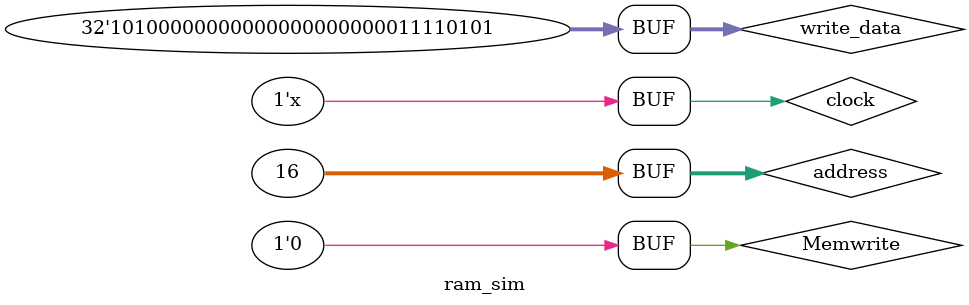
<source format=v>
`timescale 1ns / 1ps


module ram_sim(
    );
    // input
    reg[31:0] address = 32'h00000010;     //来自memorio模块，源头是来自执行单元算出的alu_result
    reg[31:0] write_data = 32'ha0000000;  //来自译码单元的read_data2
    reg  Memwrite = 1'b0;         //来自控制单元
    reg  clock = 1'b0;    
    // output
    wire[31:0] read_data;

    dmemory32 Uram(read_data,address,write_data,Memwrite,clock);

    initial begin
      #200 begin write_data = 32'hA00000F5;Memwrite = 1'b1; end
      #200 Memwrite = 1'b0;
    end
    always #50 clock = ~clock;            
endmodule

</source>
